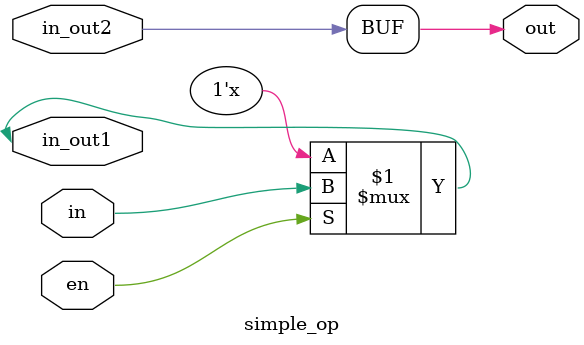
<source format=v>
module simple_op(in,in_out1,in_out2,en,out);
	input  in;
	inout wire in_out1;
	inout wire in_out2;
	input  en;
	output out;
	
	assign in_out1 = (en) ? in : 1'bz;
	assign out = in_out2;
endmodule 
</source>
